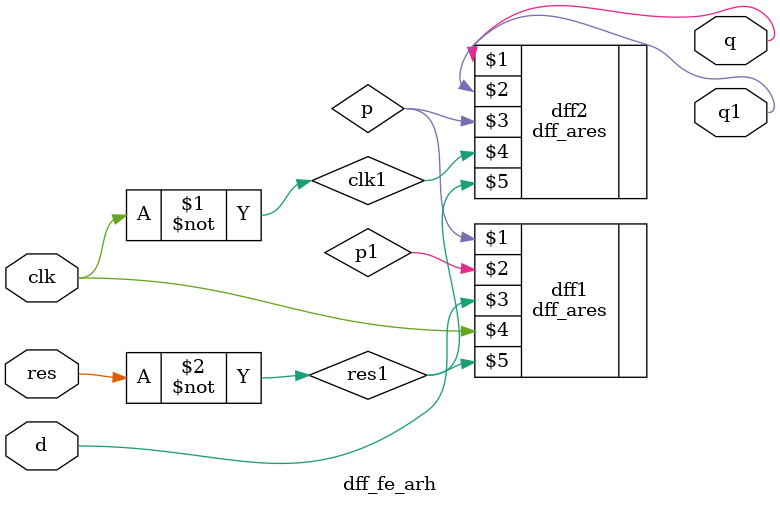
<source format=v>
`include "Hadif_B190513CS_Q01c.v"

module dff_fe_arh(output q, q1, input d, clk, res);
  wire p, p1, clk1, res1;
  nand(clk1, clk);
  nand(res1, res);
  dff_ares dff1(p, p1, d, clk, res1);
  dff_ares dff2(q, q1, p, clk1, res1);
endmodule
</source>
